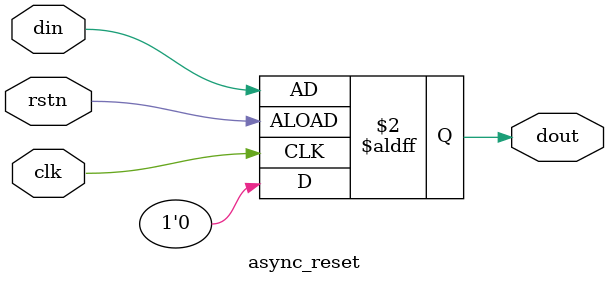
<source format=v>



module async_reset(
    input rstn,
    input clk,
    input din,
    output reg dout
  
    );
    always @(posedge clk or negedge rstn)begin
    if(rstn) dout <= 1'b0;
    else dout <=din;
   
    end
endmodule

</source>
